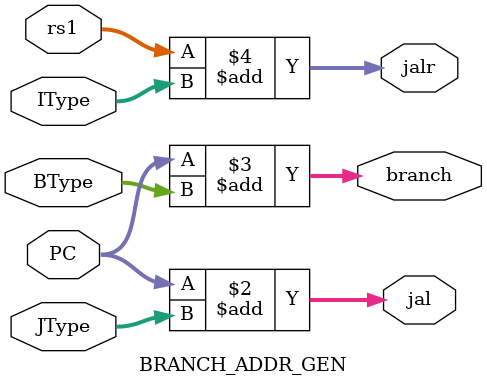
<source format=sv>
`timescale 1ns / 1ps



module BRANCH_ADDR_GEN(
    input [31:0] PC,
    input [31:0] JType,
    input [31:0] BType,
    input [31:0] IType,
    input [31:0] rs1,
    output logic [31:0] jal,
    output logic [31:0] branch,
    output logic [31:0] jalr
    );
    
    always_comb begin
        jal = PC + JType;
        branch = PC + BType;
        jalr = rs1 + IType;
    end
endmodule

</source>
